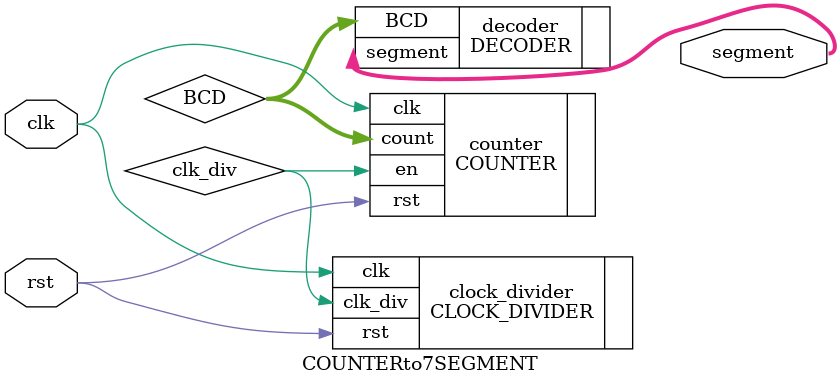
<source format=v>
module COUNTERto7SEGMENT (
    input clk,
    input rst,
    output [6:0] segment
);
    wire clk_div;
    wire [6:0] BCD;
    CLOCK_DIVIDER clock_divider(
        .clk(clk), 
        .rst(rst), 
        .clk_div(clk_div)
    );
    COUNTER counter(
        .clk(clk),
        .rst(rst),
        .en(clk_div),
        .count(BCD)
    );
    DECODER decoder(
        .BCD(BCD),
        .segment(segment)
    );

endmodule

</source>
